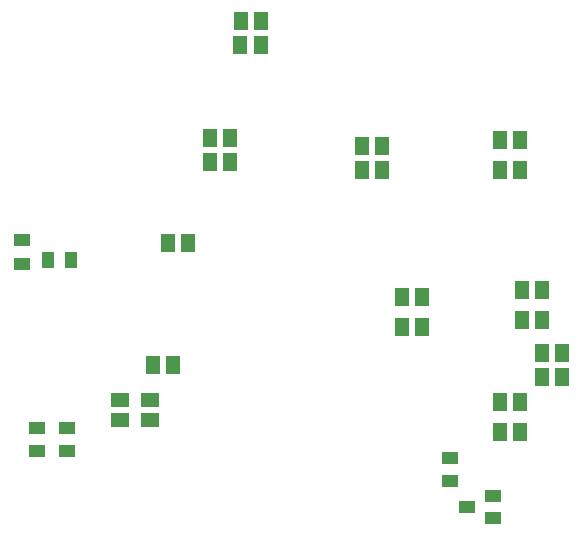
<source format=gbp>
G04*
G04 #@! TF.GenerationSoftware,Altium Limited,Altium Designer,20.0.13 (296)*
G04*
G04 Layer_Color=128*
%FSLAX24Y24*%
%MOIN*%
G70*
G01*
G75*
%ADD19R,0.0512X0.0591*%
%ADD23R,0.0551X0.0433*%
%ADD24R,0.0433X0.0551*%
%ADD25R,0.0551X0.0394*%
%ADD27R,0.0591X0.0512*%
D19*
X42135Y14298D02*
D03*
X41465D02*
D03*
X42135Y13498D02*
D03*
X41465D02*
D03*
X46735Y5748D02*
D03*
X46065D02*
D03*
X46735Y4748D02*
D03*
X46065D02*
D03*
X38100Y18445D02*
D03*
X37430D02*
D03*
X38095Y17636D02*
D03*
X37426D02*
D03*
X48135Y7398D02*
D03*
X47465D02*
D03*
X48135Y6598D02*
D03*
X47465D02*
D03*
X46815Y9498D02*
D03*
X47485D02*
D03*
X46815Y8498D02*
D03*
X47485D02*
D03*
X46065Y13498D02*
D03*
X46735D02*
D03*
X46065Y14498D02*
D03*
X46735D02*
D03*
X42815Y8248D02*
D03*
X43485D02*
D03*
X37085Y13748D02*
D03*
X36415D02*
D03*
X42815Y9248D02*
D03*
X43485D02*
D03*
X35687Y11061D02*
D03*
X35018D02*
D03*
X35175Y6998D02*
D03*
X34506D02*
D03*
X37085Y14548D02*
D03*
X36415D02*
D03*
D23*
X44400Y3892D02*
D03*
Y3104D02*
D03*
X31650Y4104D02*
D03*
Y4892D02*
D03*
X30650D02*
D03*
Y4104D02*
D03*
X30150Y10354D02*
D03*
Y11142D02*
D03*
D24*
X31006Y10498D02*
D03*
X31794D02*
D03*
D25*
X45833Y2622D02*
D03*
Y1874D02*
D03*
X44967Y2248D02*
D03*
D27*
X33400Y5833D02*
D03*
Y5163D02*
D03*
X34400Y5833D02*
D03*
Y5163D02*
D03*
M02*

</source>
